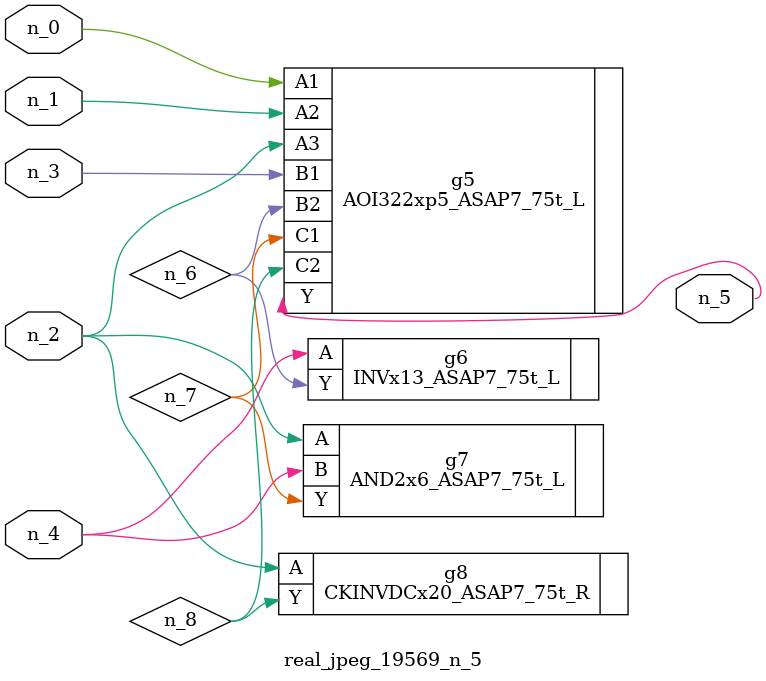
<source format=v>
module real_jpeg_19569_n_5 (n_4, n_0, n_1, n_2, n_3, n_5);

input n_4;
input n_0;
input n_1;
input n_2;
input n_3;

output n_5;

wire n_8;
wire n_6;
wire n_7;

AOI322xp5_ASAP7_75t_L g5 ( 
.A1(n_0),
.A2(n_1),
.A3(n_2),
.B1(n_3),
.B2(n_6),
.C1(n_7),
.C2(n_8),
.Y(n_5)
);

AND2x6_ASAP7_75t_L g7 ( 
.A(n_2),
.B(n_4),
.Y(n_7)
);

CKINVDCx20_ASAP7_75t_R g8 ( 
.A(n_2),
.Y(n_8)
);

INVx13_ASAP7_75t_L g6 ( 
.A(n_4),
.Y(n_6)
);


endmodule
</source>
